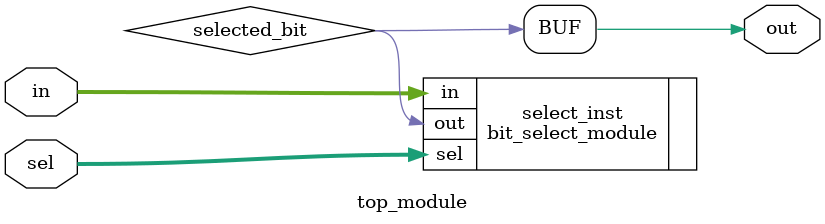
<source format=sv>
module top_module (
	input [255:0] in,
	input [7:0] sel,
	output  out
);

// Wire to store the selected bit
wire selected_bit;

// Instantiate the bit selection module
bit_select_module select_inst (
	.in(in), // Input vector
	.sel(sel), // Selection vector
	.out(selected_bit) // Selected bit
);

// Assign the selected bit to the output
assign out = selected_bit;

endmodule

</source>
